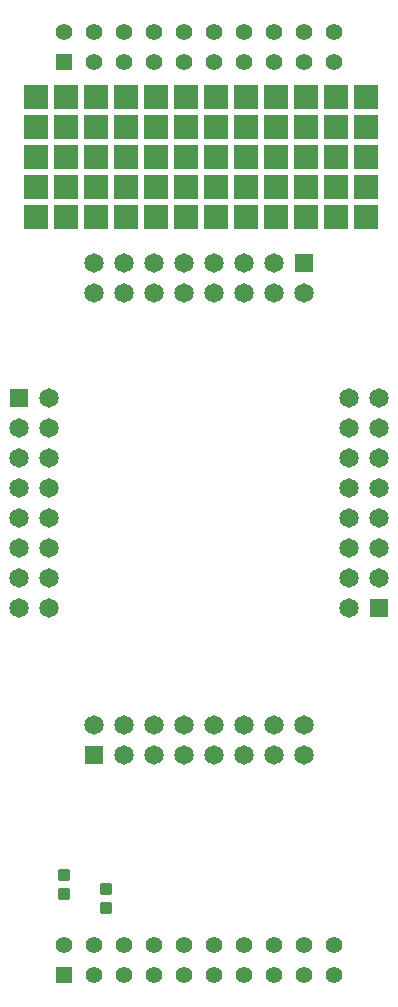
<source format=gbr>
%TF.GenerationSoftware,Altium Limited,Altium Designer,23.4.1 (23)*%
G04 Layer_Color=255*
%FSLAX45Y45*%
%MOMM*%
%TF.SameCoordinates,2443AD3D-16DC-45C5-9BCC-0FA72C26467A*%
%TF.FilePolarity,Positive*%
%TF.FileFunction,Pads,Bot*%
%TF.Part,Single*%
G01*
G75*
%TA.AperFunction,ComponentPad*%
%ADD17R,1.65000X1.65000*%
%ADD18C,1.65000*%
%TA.AperFunction,ViaPad*%
%ADD19R,2.00000X2.00000*%
%TA.AperFunction,ComponentPad*%
%ADD20R,1.65000X1.65000*%
%ADD21R,1.39000X1.39000*%
%ADD22C,1.39000*%
%TA.AperFunction,SMDPad,CuDef*%
G04:AMPARAMS|DCode=23|XSize=0.94mm|YSize=1.02mm|CornerRadius=0.094mm|HoleSize=0mm|Usage=FLASHONLY|Rotation=90.000|XOffset=0mm|YOffset=0mm|HoleType=Round|Shape=RoundedRectangle|*
%AMROUNDEDRECTD23*
21,1,0.94000,0.83200,0,0,90.0*
21,1,0.75200,1.02000,0,0,90.0*
1,1,0.18800,0.41600,0.37600*
1,1,0.18800,0.41600,-0.37600*
1,1,0.18800,-0.41600,-0.37600*
1,1,0.18800,-0.41600,0.37600*
%
%ADD23ROUNDEDRECTD23*%
D17*
X761000Y2368000D02*
D03*
X2539000Y6532000D02*
D03*
D18*
X761000Y2622000D02*
D03*
X1015000Y2368000D02*
D03*
Y2622000D02*
D03*
X1269000Y2368000D02*
D03*
Y2622000D02*
D03*
X1523000Y2368000D02*
D03*
Y2622000D02*
D03*
X1777000Y2368000D02*
D03*
Y2622000D02*
D03*
X2031000Y2368000D02*
D03*
Y2622000D02*
D03*
X2285000Y2368000D02*
D03*
Y2622000D02*
D03*
X2539000Y2368000D02*
D03*
Y2622000D02*
D03*
Y6278000D02*
D03*
X2285000Y6532000D02*
D03*
Y6278000D02*
D03*
X2031000Y6532000D02*
D03*
Y6278000D02*
D03*
X1777000Y6532000D02*
D03*
Y6278000D02*
D03*
X1523000Y6532000D02*
D03*
Y6278000D02*
D03*
X1269000Y6532000D02*
D03*
Y6278000D02*
D03*
X1015000Y6532000D02*
D03*
Y6278000D02*
D03*
X761000Y6532000D02*
D03*
Y6278000D02*
D03*
X381000Y5389000D02*
D03*
X127000Y5135000D02*
D03*
X381000D02*
D03*
X127000Y4881000D02*
D03*
X381000D02*
D03*
X127000Y4627000D02*
D03*
X381000D02*
D03*
X127000Y4373000D02*
D03*
X381000D02*
D03*
X127000Y4119000D02*
D03*
X381000D02*
D03*
X127000Y3865000D02*
D03*
X381000D02*
D03*
X127000Y3611000D02*
D03*
X381000D02*
D03*
X2919000D02*
D03*
X3173000Y3865000D02*
D03*
X2919000D02*
D03*
X3173000Y4119000D02*
D03*
X2919000D02*
D03*
X3173000Y4373000D02*
D03*
X2919000D02*
D03*
X3173000Y4627000D02*
D03*
X2919000D02*
D03*
X3173000Y4881000D02*
D03*
X2919000D02*
D03*
X3173000Y5135000D02*
D03*
X2919000D02*
D03*
X3173000Y5389000D02*
D03*
X2919000D02*
D03*
D19*
X2555875Y6921500D02*
D03*
X2301875D02*
D03*
X2809875D02*
D03*
X3063875D02*
D03*
X1539875D02*
D03*
X1793875D02*
D03*
X2047875D02*
D03*
X1285875D02*
D03*
X777875D02*
D03*
X523875D02*
D03*
X1031875D02*
D03*
X269875D02*
D03*
X2555875Y7175500D02*
D03*
X2301875D02*
D03*
X2809875D02*
D03*
X3063875D02*
D03*
X1539875D02*
D03*
X1793875D02*
D03*
X2047875D02*
D03*
X1285875D02*
D03*
X777875D02*
D03*
X523875D02*
D03*
X1031875D02*
D03*
X269875D02*
D03*
Y7429500D02*
D03*
X1031875D02*
D03*
X523875D02*
D03*
X777875D02*
D03*
X1285875D02*
D03*
X2047875D02*
D03*
X1793875D02*
D03*
X1539875D02*
D03*
X3063875D02*
D03*
X2809875D02*
D03*
X2301875D02*
D03*
X2555875D02*
D03*
X2301875Y7937500D02*
D03*
Y7683500D02*
D03*
X2555875D02*
D03*
Y7937500D02*
D03*
X3063875D02*
D03*
Y7683500D02*
D03*
X2809875D02*
D03*
Y7937500D02*
D03*
X1285875D02*
D03*
Y7683500D02*
D03*
X1539875D02*
D03*
Y7937500D02*
D03*
X2047875D02*
D03*
Y7683500D02*
D03*
X1793875D02*
D03*
Y7937500D02*
D03*
X777875D02*
D03*
Y7683500D02*
D03*
X1031875D02*
D03*
Y7937500D02*
D03*
X523875D02*
D03*
Y7683500D02*
D03*
X269875D02*
D03*
Y7937500D02*
D03*
D20*
X127000Y5389000D02*
D03*
X3173000Y3611000D02*
D03*
D21*
X508000Y8238000D02*
D03*
Y508000D02*
D03*
D22*
Y8492000D02*
D03*
X762000Y8238000D02*
D03*
Y8492000D02*
D03*
X1016000Y8238000D02*
D03*
Y8492000D02*
D03*
X1270000Y8238000D02*
D03*
Y8492000D02*
D03*
X1524000Y8238000D02*
D03*
Y8492000D02*
D03*
X1778000Y8238000D02*
D03*
Y8492000D02*
D03*
X2032000Y8238000D02*
D03*
Y8492000D02*
D03*
X2286000Y8238000D02*
D03*
Y8492000D02*
D03*
X2540000Y8238000D02*
D03*
Y8492000D02*
D03*
X2794000Y8238000D02*
D03*
Y8492000D02*
D03*
X508000Y762000D02*
D03*
X762000Y508000D02*
D03*
Y762000D02*
D03*
X1016000Y508000D02*
D03*
Y762000D02*
D03*
X1270000Y508000D02*
D03*
Y762000D02*
D03*
X1524000Y508000D02*
D03*
Y762000D02*
D03*
X1778000Y508000D02*
D03*
Y762000D02*
D03*
X2032000Y508000D02*
D03*
Y762000D02*
D03*
X2286000Y508000D02*
D03*
Y762000D02*
D03*
X2540000Y508000D02*
D03*
Y762000D02*
D03*
X2794000Y508000D02*
D03*
Y762000D02*
D03*
D23*
X508000Y1191000D02*
D03*
Y1349000D02*
D03*
X861500Y1233490D02*
D03*
Y1075489D02*
D03*
%TF.MD5,8f05929dc39aef8ed3fd2708ec7ced0d*%
M02*

</source>
